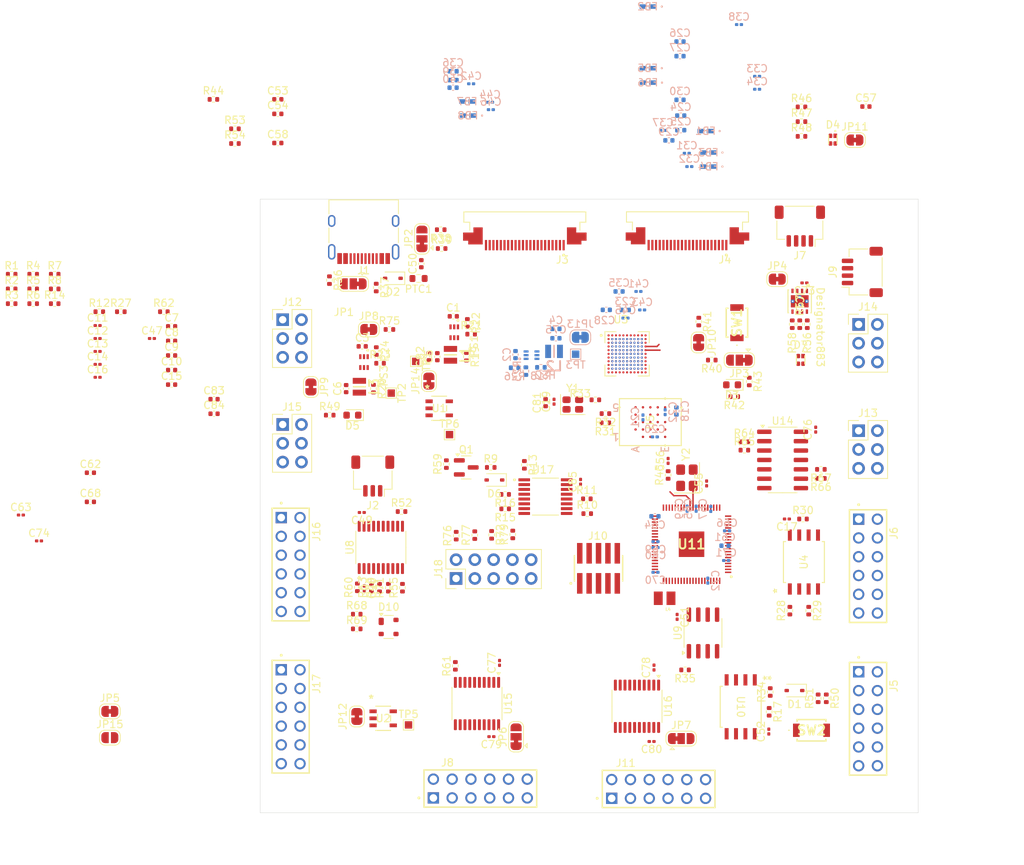
<source format=kicad_pcb>
(kicad_pcb (version 20241229) (generator "pcbnew") (generator_version "9.0")
  (layers (0 "F.Cu" signal) (2 "B.Cu" signal) (13 "F.Paste" user) (15 "B.Paste" user) (5 "F.SilkS" user "F.Silkscreen") (7 "B.SilkS" user "B.Silkscreen") (1 "F.Mask" user) (3 "B.Mask" user) (25 "Edge.Cuts" user))
  (net 0 "")
  (net 1 "GND")
  (net 2 "P5VD")
  (net 3 "Net-(JP13-B)")
  (net 4 "P1V8D")
  (net 5 "P3V3D")
  (net 6 "P3V3D_FPGA")
  (net 7 "P1V8D_FPGA")
  (net 8 "P1VD_FPGA")
  (net 9 "Net-(U3F-VCCPLLDPHY0)")
  (net 10 "Net-(U3F-VCCDPHY0)")
  (net 11 "Net-(U3G-VCCPLLDPHY1)")
  (net 12 "Net-(U3G-VCCDPHY1)")
  (net 13 "Net-(U3F-VCCADPHY0)")
  (net 14 "Net-(U3G-VCCADPHY1)")
  (net 15 "/FPGA/PVCCAUX")
  (net 16 "Net-(U3H-VCCAUXH5)")
  (net 17 "P1V1D")
  (net 18 "/RP2350/XIN")
  (net 19 "Net-(C56-Pad1)")
  (net 20 "Net-(D4-A)")
  (net 21 "Net-(U11-VREG_AVDD)")
  (net 22 "P3V3A_VREF")
  (net 23 "PxVD_AOUT")
  (net 24 "PxVD_BOUT")
  (net 25 "/Connectors/USB_BOOTn")
  (net 26 "Net-(D1-A)")
  (net 27 "P5VD_VBUS")
  (net 28 "Net-(D2-K)")
  (net 29 "/Connectors/MULTI_FN")
  (net 30 "Net-(D3-A)")
  (net 31 "/Connectors/LED.MONO")
  (net 32 "/Connectors/DONE")
  (net 33 "/FPGA/JTAG_ENn")
  (net 34 "/Connectors/JTAG.PRESENTn")
  (net 35 "/Connectors/ADC1_PROT")
  (net 36 "/Connectors/ADC0_PROT")
  (net 37 "/Connectors/USB.D-")
  (net 38 "Net-(J1-CC1)")
  (net 40 "/Connectors/USB.D+")
  (net 42 "Net-(J1-CC2)")
  (net 43 "Net-(J2-Pin_1)")
  (net 44 "Net-(J2-Pin_3)")
  (net 45 "/Connectors/I2C1.SDA")
  (net 46 "/Connectors/I2C1.SCL")
  (net 47 "/Connectors/I2C0.SDA")
  (net 48 "/Connectors/I2C0.SCL")
  (net 49 "Net-(JP1-A)")
  (net 50 "Net-(JP1-B)")
  (net 51 "Net-(JP2-A)")
  (net 52 "Net-(JP2-B)")
  (net 53 "Net-(JP3-A)")
  (net 54 "/Connectors/RESETn")
  (net 55 "Net-(JP3-C)")
  (net 56 "Net-(IC1-SDA)")
  (net 57 "PxVD_IN")
  (net 58 "Net-(JP8-B)")
  (net 59 "/Connectors/PWR_EN")
  (net 60 "Net-(JP10-A)")
  (net 61 "Net-(JP12-A)")
  (net 62 "Net-(JP14-A)")
  (net 63 "/FPGA/JTAG_EN")
  (net 64 "/Connectors/EXT_SPI.MOSI")
  (net 65 "/Connectors/EXT_SPI.SCK")
  (net 66 "/Connectors/EXT_SPI.CSn")
  (net 67 "/Connectors/I2C_IRQn")
  (net 68 "/FPGA/TDO")
  (net 69 "/FPGA/TCK")
  (net 70 "/FPGA/QSPI.CSn")
  (net 71 "/Connectors/FPGA_EN")
  (net 72 "/FPGA/TDI")
  (net 73 "/FPGA/TMS")
  (net 74 "/RP2350/QSPI_FLASH_CSn")
  (net 75 "Net-(PS2-OUT)")
  (net 76 "Net-(PS1-OUT)")
  (net 77 "Net-(PS3-OUT)")
  (net 78 "Net-(PS1-FB)")
  (net 79 "Net-(PS3-FB)")
  (net 80 "Net-(PS2-FB)")
  (net 81 "Net-(U3A-PT59A{slash}MCLK{slash}PCLKT0_0)")
  (net 82 "/FPGA/FLASH_CSn")
  (net 83 "Net-(U4-IO2)")
  (net 84 "Net-(U4-IO3)")
  (net 85 "/FPGA/SRAM_CEN")
  (net 86 "/FPGA/SRAM_RSTn")
  (net 87 "Net-(Y1-OUT)")
  (net 88 "/FPGA/FPGA_CLK")
  (net 89 "/RP2350/QSPI_SRAM_CSn")
  (net 90 "/RP2350/XOUT")
  (net 91 "Net-(D4-RK)")
  (net 92 "/Connectors/LED.R")
  (net 93 "/Connectors/LED.G")
  (net 94 "Net-(D4-GK)")
  (net 95 "Net-(D4-BK)")
  (net 96 "/Connectors/LED.B")
  (net 97 "/RP2350/RP_BUTTONn")
  (net 98 "/Connectors/FPC_IO.PWR_EN")
  (net 99 "Net-(U11-USB_DP)")
  (net 100 "Net-(U11-USB_DM)")
  (net 101 "Net-(U8-OE)")
  (net 102 "Net-(D7-RK)")
  (net 103 "Net-(IC1-OUT0)")
  (net 104 "Net-(D7-GK)")
  (net 105 "Net-(IC1-OUT1)")
  (net 106 "Net-(D7-BK)")
  (net 107 "Net-(IC1-OUT2)")
  (net 108 "/RP2350/RP_CSn_1V8")
  (net 109 "/Connectors/SHARED_PMOD_EN")
  (net 110 "/RP2350/RP_SCK_1V8")
  (net 111 "/Connectors/SCL1")
  (net 112 "/Connectors/SCL0")
  (net 113 "/Connectors/SDA1")
  (net 114 "/Connectors/SDA0")
  (net 115 "/Connectors/ADC0")
  (net 116 "/Connectors/ADC1")
  (net 117 "/RP2350/RP_MOSI_1V8")
  (net 118 "/RP2350/QSPI_SRAM_CSn_1V8")
  (net 119 "Net-(J10-Pin_6)")
  (net 120 "/Connectors/JTAG.TDO")
  (net 121 "Net-(J10-Pin_2)")
  (net 122 "/Connectors/JTAG.TMS")
  (net 123 "/Connectors/JTAG.TCK")
  (net 124 "Net-(J10-Pin_4)")
  (net 125 "Net-(J18-Pin_8)")
  (net 126 "/Connectors/JTAG.TDI")
  (net 127 "/RP2350/SWDCLK")
  (net 128 "/RP2350/SWDIO")
  (net 129 "/Connectors/RP_SPI.MOSI")
  (net 130 "/Connectors/RP_SPI.CSn")
  (net 131 "/FPGA/FPC_IO_1V8.LED_EN")
  (net 132 "/FPGA/FPC_IO_1V8.PWR_EN")
  (net 133 "/Connectors/RP_SPI.SCK")
  (net 134 "/Connectors/FPC_IO.LED_EN")
  (net 135 "/FPGA/QSPI.SCLK")
  (net 136 "/FPGA/QSPI.SD3")
  (net 137 "/FPGA/QSPI.SD0")
  (net 138 "/FPGA/QSPI.SD2")
  (net 139 "/FPGA/QSPI.SD1")
  (net 140 "/Connectors/SHARED_PMOD_A6")
  (net 141 "/Connectors/SHARED_A6")
  (net 142 "/Connectors/SHARED_PMOD_A1")
  (net 143 "/Connectors/SHARED_A1")
  (net 144 "/Connectors/SHARED_A7")
  (net 145 "/Connectors/SHARED_A0")
  (net 146 "/Connectors/SHARED_PMOD_A5")
  (net 147 "/Connectors/SHARED_A5")
  (net 148 "/Connectors/SHARED_PMOD_A2")
  (net 149 "/Connectors/SHARED_A3")
  (net 150 "/Connectors/SHARED_PMOD_A4")
  (net 151 "/Connectors/SHARED_PMOD_A0")
  (net 152 "/Connectors/SHARED_A2")
  (net 153 "/Connectors/SHARED_A4")
  (net 154 "/Connectors/SHARED_PMOD_A3")
  (net 155 "/Connectors/SHARED_PMOD_A7")
  (net 156 "/Connectors/SHARED_PMOD_B1")
  (net 157 "/Connectors/SHARED_PMOD_B4")
  (net 158 "/Connectors/SHARED_B0")
  (net 159 "/Connectors/SHARED_PMOD_B6")
  (net 160 "/Connectors/SHARED_PMOD_B7")
  (net 161 "/Connectors/SHARED_PMOD_B5")
  (net 162 "/Connectors/SHARED_B6")
  (net 163 "/Connectors/SHARED_B7")
  (net 164 "/Connectors/SHARED_PMOD_B3")
  (net 165 "/Connectors/SHARED_B3")
  (net 166 "/Connectors/SHARED_B4")
  (net 167 "/Connectors/SHARED_PMOD_B2")
  (net 168 "/Connectors/SHARED_B5")
  (net 169 "/Connectors/SHARED_B2")
  (net 170 "/Connectors/SHARED_PMOD_B0")
  (net 171 "/Connectors/SHARED_B1")
  (net 172 "/FPGA/FPGA_CLK_EN")
  (net 173 "/Connectors/EXT_LED")
  (net 175 "/Connectors/FPGA_PMOD2")
  (net 176 "/FPGA/HSTX5")
  (net 177 "/Connectors/EXT_SPI.MISO")
  (net 178 "/Connectors/EXT_MIPI.D2+")
  (net 179 "/FPGA/SRAM_DQ7")
  (net 180 "unconnected-(U3D-PB42A{slash}PCLKT4_3-PadJ8)")
  (net 181 "/Connectors/RGB_MIPI.D2+")
  (net 182 "/FPGA/HSTX4")
  (net 183 "/Connectors/EXT_MIPI.D3+")
  (net 186 "/FPGA/SRAM_DQ5")
  (net 187 "/Connectors/RGB_MIPI.D1+")
  (net 188 "/FPGA/HSTX2")
  (net 189 "/Connectors/RGB_MIPI.D3+")
  (net 190 "/Connectors/RGB_MIPI.D1-")
  (net 191 "/Connectors/FPGA_PMOD1")
  (net 192 "/Connectors/FPGA_PMOD6")
  (net 193 "/FPGA/SRAM_RW")
  (net 194 "/FPGA/HSTX7")
  (net 195 "/Connectors/EXT_MIPI.D2-")
  (net 196 "/Connectors/EXT_MIPI.D0+")
  (net 197 "/Connectors/EXT_MIPI.CLK-")
  (net 198 "/FPGA/HSTX3")
  (net 199 "/FPGA/SRAM_DQ3")
  (net 200 "/Connectors/EXT_MIPI.CLK+")
  (net 201 "/FPGA/SRAM_CLK_P")
  (net 202 "unconnected-(U3C-PB58B{slash}ADC_CN7-PadK4)")
  (net 203 "/FPGA/HSTX6")
  (net 204 "unconnected-(U3D-PB42B{slash}PCLKC4_3-PadK8)")
  (net 205 "/Connectors/EXT_MIPI.D0-")
  (net 206 "/FPGA/SRAM_DQ2")
  (net 207 "/Connectors/RGB_MIPI.CLK+")
  (net 208 "/FPGA/SRAM_DQ4")
  (net 209 "/FPGA/HSTX0")
  (net 210 "/FPGA/HSTX1")
  (net 211 "/Connectors/FPGA_PMOD4")
  (net 212 "/Connectors/RGB_MIPI.D2-")
  (net 213 "/Connectors/RGB_MIPI.D0-")
  (net 214 "/Connectors/FPGA_PMOD7")
  (net 215 "/FPGA/SRAM_DQ6")
  (net 216 "/Connectors/RGB_MIPI.D0+")
  (net 217 "unconnected-(U3C-PB60B{slash}PCLKC3_1{slash}ADC_CN6-PadH4)")
  (net 218 "/FPGA/SRAM_DQ0")
  (net 219 "/Connectors/EXT_MIPI.D1-")
  (net 220 "/Connectors/FPGA_PMOD0")
  (net 221 "/Connectors/FPGA_PMOD5")
  (net 222 "/Connectors/EXT_MIPI.D1+")
  (net 223 "/Connectors/FPGA_PMOD3")
  (net 224 "unconnected-(U3D-PB40B-PadK9)")
  (net 225 "/FPGA/SRAM_CLK_N")
  (net 226 "/FPGA/SRAM_DQ1")
  (net 227 "/Connectors/RGB_MIPI.CLK-")
  (net 228 "/Connectors/RGB_MIPI.D3-")
  (net 229 "/Connectors/EXT_MIPI.D3-")
  (net 231 "Net-(U1-FAULT{slash})")
  (net 236 "/Connectors/RP_SPI.MISO")
  (net 237 "Net-(U2-FAULT{slash})")
  (net 246 "Net-(U11-VREG_LX)")
  (net 247 "Net-(J10-Pin_8)")
  (net 249 "Net-(PS1-SW)")
  (net 250 "Net-(PS2-SW)")
  (net 251 "Net-(PS3-SW)")
  (footprint "Jumper:SolderJumper-2_P1.3mm_Bridged_RoundedPad1.0x1.5mm" (layer "F.Cu") (at 56.67 131.29)
    (property "Reference" "JP5")
    (property "Value" "SolderJumper_2_Bridged")
  )
  (footprint "Capacitor_SMD:C_0201_0603Metric" (layer "F.Cu") (at 62.365 80.85)
    (property "Reference" "C47")
    (property "Value" "0.1u")
  )
  (footprint "jrt:SOT-23-5_M5_MCH" (layer "F.Cu") (at 101.219 90.297)
    (property "Reference" "U1")
    (property "Value" "MIC2005A-2YM5-TR")
  )
  (footprint "TestPoint:TestPoint_Pad_1.0x1.0mm" (layer "F.Cu") (at 98.044 83.947 -90)
    (property "Reference" "TP1")
    (property "Value" "1V8")
  )
  (footprint "Piconx3_lib:INDC2016X100N" (layer "F.Cu") (at 131.71 115.99 180)
    (property "Reference" "L4")
    (property "Value" "3.3u")
  )
  (footprint "Connector_PinHeader_2.54mm:PinHeader_2x03_P2.54mm_Vertical" (layer "F.Cu") (at 157.95 78.95)
    (property "Reference" "J14")
    (property "Value" "Conn_02x03_Odd_Even")
  )
  (footprint "Capacitor_SMD:C_0201_0603Metric" (layer "F.Cu") (at 148.25 105.265 180)
    (property "Reference" "C17")
    (property "Value" "0.1u")
  )
  (footprint "Package_SO:TSSOP-20_4.4x6.5mm_P0.65mm" (layer "F.Cu") (at 93.325 109.11 90)
    (property "Reference" "U8")
    (property "Value" "TXS0108EPW")
  )
  (footprint "Resistor_SMD:R_0402_1005Metric" (layer "F.Cu") (at 90.065 118.1405)
    (property "Reference" "R68")
    (property "Value" "200")
  )
  (footprint "Capacitor_SMD:C_0201_0603Metric" (layer "F.Cu") (at 91.075 114.635 -90)
    (property "Reference" "C48")
    (property "Value" "0.1u")
  )
  (footprint "Package_TO_SOT_SMD:SOT-23" (layer "F.Cu") (at 104.8775 98.29)
    (property "Reference" "Q1")
    (property "Value" "BSS84")
  )
  (footprint "Resistor_SMD:R_0402_1005Metric" (layer "F.Cu") (at 122.341 89.149)
    (property "Reference" "R33")
    (property "Value" "27")
  )
  (footprint "Capacitor_SMD:C_0201_0603Metric" (layer "F.Cu") (at 133.4 118.505 -90)
    (property "Reference" "C51")
    (property "Value" "0.1u")
  )
  (footprint "Capacitor_SMD:C_0201_0603Metric" (layer "F.Cu") (at 120.34 100.24 90)
    (property "Reference" "C85")
    (property "Value" "0.1u")
  )
  (footprint "Capacitor_SMD:C_0201_0603Metric" (layer "F.Cu") (at 55.015 80.85)
    (property "Reference" "C12")
    (property "Value" "0.1u")
  )
  (footprint "Package_TO_SOT_SMD:SOT-143" (layer "F.Cu") (at 94.375 119.868)
    (property "Reference" "D10")
    (property "Value" "PRTR5V0U2X")
  )
  (footprint "Jumper:SolderJumper-3_P1.3mm_Bridged12_RoundedPad1.0x1.5mm" (layer "F.Cu") (at 141.82 83.7825 180)
    (property "Reference" "JP3")
    (property "Value" "SolderJumper_3_Bridged12")
  )
  (footprint "Capacitor_SMD:C_0201_0603Metric" (layer "F.Cu") (at 152.145 93.1775 90)
    (property "Reference" "C76")
    (property "Value" "0.1u")
  )
  (footprint "Resistor_SMD:R_0402_1005Metric" (layer "F.Cu") (at 49.21 74.15)
    (property "Reference" "R8")
    (property "Value" "4.7K")
  )
  (footprint "Resistor_SMD:R_0402_1005Metric" (layer "F.Cu") (at 134.475 125.68 180)
    (property "Reference" "R35")
    (property "Value" "DNF")
  )
  (footprint "Jumper:SolderJumper-2_P1.3mm_Bridged_RoundedPad1.0x1.5mm" (layer "F.Cu") (at 91.694 79.629)
    (property "Reference" "JP8")
    (property "Value" "SolderJumper_2_Bridged")
  )
  (footprint "Resistor_SMD:R_0402_1005Metric" (layer "F.Cu") (at 152.475 129.52 90)
    (property "Reference" "R51")
    (property "Value" "5.1K")
  )
  (footprint "Resistor_SMD:R_0402_1005Metric" (layer "F.Cu") (at 93.15 114.56 90)
    (property "Reference" "R70")
    (property "Value" "10K")
  )
  (footprint "Capacitor_SMD:C_0402_1005Metric" (layer "F.Cu") (at 65.025 87.09)
    (property "Reference" "C15")
    (property "Value" "10u")
  )
  (footprint "Connector_PinHeader_2.54mm:PinHeader_2x05_P2.54mm_Vertical" (layer "F.Cu") (at 103.5 113.31 90)
    (property "Reference" "J18")
    (property "Value" "100 mil")
  )
  (footprint "Resistor_SMD:R_0402_1005Metric" (layer "F.Cu") (at 112.74 97.94 -90)
    (property "Reference" "R13")
    (property "Value" "4.7K")
  )
  (footprint "Capacitor_SMD:C_0402_1005Metric" (layer "F.Cu") (at 54.04 99.01)
    (property "Reference" "C62")
    (property "Value" "4.7u")
  )
  (footprint "Diode_SMD:D_SOD-323" (layer "F.Cu") (at 149.275 128.47 180)
    (property "Reference" "D1")
    (property "Value" "1N5819WS")
  )
  (footprint "Resistor_SMD:R_0402_1005Metric" (layer "F.Cu") (at 106.03 107.45 90)
    (property "Reference" "R77")
    (property "Value" "100")
  )
  (footprint "Resistor_SMD:R_0402_1005Metric" (layer "F.Cu") (at 101.55 68.685)
    (property "Reference" "R39")
    (property "Value" "5.1K")
  )
  (footprint "Capacitor_SMD:C_0201_0603Metric" (layer "F.Cu") (at 130.2725 125.36 90)
    (property "Reference" "C78")
    (property "Value" "0.1u")
  )
  (footprint "Capacitor_SMD:C_0402_1005Metric" (layer "F.Cu") (at 70.765 89.06)
    (property "Reference" "C83")
    (property "Value" "10u")
  )
  (footprint "Jumper:SolderJumper-2_P1.3mm_Bridged_RoundedPad1.0x1.5mm" (layer "F.Cu") (at 99.822 86.614 90)
    (property "Reference" "JP14")
    (property "Value" "SolderJumper_2_Bridged")
  )
  (footprint "Piconx3_lib:SOT50P160X60-6N" (layer "F.Cu") (at 103.251 80.01 -90)
    (property "Reference" "PS1")
    (property "Value" "AP61100QZ6-7")
  )
  (footprint "Resistor_SMD:R_0402_1005Metric" (layer "F.Cu") (at 90.065 120.1305)
    (property "Reference" "R69")
    (property "Value" "200")
  )
  (footprint "Resistor_SMD:R_0402_1005Metric" (layer "F.Cu") (at 70.68 48.51)
    (property "Reference" "R44")
    (property "Value" "27")
  )
  (footprint "Capacitor_SMD:C_0201_0603Metric" (layer "F.Cu") (at 47.09 108.23)
    (property "Reference" "C74")
    (property "Value" "0.1u")
  )
  (footprint "Capacitor_SMD:C_0201_0603Metric" (layer "F.Cu") (at 55.015 82.6)
    (property "Reference" "C13")
    (property "Value" "0.1u")
  )
  (footprint "jrt:SOIC-8_5P28X5P28_WIN" (layer "F.Cu") (at 142 130.67 -90)
    (property "Reference" "U10")
    (property "Value" "W25Q32JVSSIQ")
  )
  (footprint "Capacitor_SMD:C_0402_1005Metric" (layer "F.Cu") (at 65.025 79.21)
    (property "Reference" "C7")
    (property "Value" "10u")
  )
  (footprint "Package_SO:SO-14_3.9x8.65mm_P1.27mm" (layer "F.Cu") (at 147.67 97.28)
    (property "Reference" "U14")
    (property "Value" "74LV4066")
  )
  (footprint "Jumper:SolderJumper-3_P1.3mm_Bridged12_RoundedPad1.0x1.5mm" (layer "F.Cu") (at 98.8825 67.385 90)
    (property "Reference" "JP2")
    (property "Value" "SolderJumper_3_Bridged12")
  )
  (footprint "Capacitor_SMD:C_0201_0603Metric" (layer "F.Cu") (at 90.75 104.385 180)
    (property "Reference" "C49")
    (property "Value" "0.1u")
  )
  (footprint "Capacitor_SMD:C_0402_1005Metric" (layer "F.Cu") (at 103.124 77.851)
    (property "Reference" "C1")
    (property "Value" "10u")
  )
  (footprint "Resistor_SMD:R_0402_1005Metric" (layer "F.Cu") (at 153.575 129.52 -90)
    (property "Reference" "R50")
    (property "Value" "10K")
  )
  (footprint "Resistor_SMD:R_0402_1005Metric" (layer "F.Cu") (at 92.71 82.55 -90)
    (property "Reference" "R24")
    (property "Value" "44.2K")
  )
  (footprint "Resistor_SMD:R_0402_1005Metric" (layer "F.Cu") (at 46.3 72.16)
    (property "Reference" "R4")
    (property "Value" "10K")
  )
  (footprint "Resistor_SMD:R_0402_1005Metric" (layer "F.Cu") (at 90.15 114.51 90)
    (property "Reference" "R60")
    (property "Value" "10K")
  )
  (footprint "Resistor_SMD:R_0402_1005Metric" (layer "F.Cu") (at 138.09 83.77 180)
    (property "Reference" "R40")
    (property "Value" "10K")
  )
  (footprint "jrt:SOIC-8_5P28X5P28_WIN" (layer "F.Cu") (at 150.55 111.09 90)
    (property "Reference" "U4")
    (property "Value" "W25Q128JVSSIQ")
  )
  (footprint "Resistor_SMD:R_0402_1005Metric" (layer "F.Cu") (at 58.155 77.23)
    (property "Reference" "R27")
    (property "Value" "27")
  )
  (footprint "Connector_JST:JST_SH_SM03B-SRSS-TB_1x03-1MP_P1.00mm_Horizontal" (layer "F.Cu") (at 92.235 99.458 180)
    (property "Reference" "J2")
    (property "Value" "SM03B-SRSS-TB")
  )
  (footprint "Jumper:SolderJumper-2_P1.3mm_Bridged_RoundedPad1.0x1.5mm" (layer "F.Cu") (at 146.939001 72.824)
    (property "Reference" "JP4")
    (property "Value" "SolderJumper_2_Bridged")
  )
  (footprint "Package_SO:TSSOP-20_4.4x6.5mm_P0.65mm" (layer "F.Cu") (at 127.9725 130.5975 -90)
    (property "Reference" "U16")
    (property "Value" "TXS0108EPW")
  )
  (footprint "Resistor_SMD:R_0402_1005Metric" (layer "F.Cu") (at 123.69 92.26 180)
    (property "Reference" "R31")
    (property "Value" "10K")
  )
  (footprint "Resistor_SMD:R_0402_1005Metric" (layer "F.Cu") (at 96.125 104.26)
    (property "Reference" "R52")
    (property "Value" "200K")
  )
  (footprint "Jumper:SolderJumper-3_P1.3mm_Bridged12_RoundedPad1.0x1.5mm" (layer "F.Cu") (at 133.9475 134.9675)
    (property "Reference" "JP7")
    (property "Value" "SolderJumper_3_Bridged12")
  )
  (footprint "Resistor_SMD:R_0402_1005Metric" (layer "F.Cu") (at 111.17 107.36 90)
    (property "Reference" "R79")
    (property "Value" "100")
  )
  (footprint "Capacitor_SMD:C_0402_1005Metric" (layer "F.Cu") (at 115.61 89.53 90)
    (property "Reference" "C81")
    (property "Value" "4.7u")
  )
  (footprint "Resistor_SMD:R_0402_1005Metric" (layer "F.Cu") (at 55.245 77.23)
    (property "Reference" "R12")
    (property "Value" "10K")
  )
  (footprint "jrt:SAMTEC_HMTSW-106-XX-X-D-XXX" (layer "F.Cu") (at 81.125 111.425 -90)
    (property "Reference" "J16")
    (property "Value" "Conn_02x06_Odd_Even")
  )
  (footprint "Resistor_SMD:R_0402_1005Metric" (layer "F.Cu") (at 110.14 103.89 180)
    (property "Reference" "R15")
    (property "Value" "4.7K")
  )
  (footprint "Resistor_SMD:R_0402_1005Metric" (layer "F.Cu") (at 150.425 105.265)
    (property "Reference" "R30")
    (property "Value" "10K")
  )
  (footprint "Resistor_SMD:R_0402_1005Metric" (layer "F.Cu") (at 43.39 76.14)
    (property "Reference" "R3")
    (property "Value" "10K")
  )
  (footprint "LED_SMD:LED_0603_1608Metric" (layer "F.Cu") (at 140.84 87.12 180)
    (property "Reference" "D3")
    (property "Value" "LTST-C191KGKT")
  )
  (footprint "Capacitor_SMD:C_0201_0603Metric" (layer "F.Cu") (at 132.183 97.407 90)
    (property "Reference" "C56")
    (property "Value" "15p")
  )
  (footprint "Capacitor_SMD:C_0201_0603Metric" (layer "F.Cu") (at 150.622001 73.332 180)
    (property "Reference" "C73")
    (property "Value" "0.1u")
  )
  (footprint "Piconx3_lib:LED_Cree-PLCC4_1x1mm_CW" (layer "F.Cu") (at 150.114001 83.746)
    (property "Reference" "D7")
    (property "Value" "MHPA1010RGBDT")
  )
  (footprint "Piconx3_lib:SAMTEC_FTSH-105-X-X-DV-007-P-X_cust" (layer "F.Cu") (at 122.77 111.94)
    (property "Reference" "J10")
    (property "Value" "FTSH-105-01-L-DV-007-K")
  )
  (footprint "Capacitor_SMD:C_0402_1005Metric" (layer "F.Cu") (at 65.025 81.18)
    (property "Reference" "C8")
    (property "Value" "10u")
  )
  (footprint "Resistor_SMD:R_0402_1005Metric" (layer "F.Cu") (at 43.39 72.16)
    (property "Reference" "R1")
    (property "Value" "10K")
  )
  (footprint "Resistor_SMD:R_0402_1005Metric" (layer "F.Cu") (at 103.405 125.13 90)
    (property "Reference" "R61")
    (property "Value" "200K")
  )
  (footprint "Capacitor_SMD:C_0402_1005Metric" (layer "F.Cu") (at 88.633 87.63 90)
    (property "Reference" "C6")
    (property "Value" "10u")
  )
  (footprint "Resistor_SMD:R_0402_1005Metric" (layer "F.Cu") (at 46.3 76.14)
    (property "Reference" "R6")
    (property "Value" "4.7K")
  )
  (footprint "TestPoint:TestPoint_Pad_1.0x1.0mm" (layer "F.Cu") (at 97.069 133.119)
    (property "Reference" "TP5")
    (property "Value" "TestPoint")
  )
  (footprint "jrt:SAMTEC_HMTSW-106-XX-X-D-XXX" (layer "F.Cu") (at 106.7825 141.725)
    (property "Reference" "J8")
    (property "Value" "Conn_02x06_Odd_Even")
  )
  (footprint "Connector_USB:USB_C_Receptacle_HRO_TYPE-C-31-M-12" (layer "F.Cu") (at 91 66 180)
    (property "Reference" "J1")
    (property "Value" "USB_C_Receptacle_USB2.0")
  )
  (footprint "TestPoint:TestPoint_Pad_1.0x1.0mm" (layer "F.Cu") (at 94.729 88.239 -90)
    (property "Reference" "TP2")
    (property "Value" "3V3")
  )
  (footprint "jrt:DSD0008B-MFG" (layer "F.Cu") (at 149.98 75.82 -90)
    (property "Reference" "IC1")
    (property "Value" "LP5810ADSDR")
  )
  (footprint "Package_SO:TSSOP-20_4.4x6.5mm_P0.65mm" (layer "F.Cu") (at 106.33 130.23 -90)
    (property "Reference" "U15")
    (property "Value" "TXS0108EPW")
  )
  (footprint "Resistor_SMD:R_0402_1005Metric" (layer "F.Cu") (at 108.19 98.29)
    (property "Reference" "R9")
    (property "Value" "4.7K")
  )
  (footprint "LED_SMD:LED_0603_1608Metric" (layer "F.Cu") (at 89.48 91.22 180)
    (property "Reference" "D5")
    (property "Value" "LTST-C191KGKT")
  )
  (footprint "Resistor_SMD:R_0402_1005Metric" (layer "F.Cu") (at 92.329 87.63 -90)
    (property "Reference" "R20")
    (property "Value" "0")
  )
  (footprint "Piconx3_lib:AMPHENOL_SFV22R-2STE1HLF" (layer "F.Cu") (at 112.8 65.825 180)
    (property "Reference" "J3")
    (property "Value" "SFV22R-2STE1HLF")
  )
  (footprint "Resistor_SMD:R_0603_1608Metric" (layer "F.Cu") (at 98.425 72.735 180)
    (property "Reference" "PTC1")
    (property "Value" "MF-FSMF035X-2")
  )
  (footprint "jrt:BGA24_APS6408L-3OBM-BA_APY" (layer "F.Cu") (at 129.78 92.16 90)
    (property "Reference" "U5")
    (property "Value" "APS6408L-OBM-BA")
  )
  (footprint "Capacitor_SMD:C_0402_1005Metric" (layer "F.Cu") (at 99.822 83.312 90)
    (property "Reference" "C82")
    (property "Value" "10u")
  )
  (footprint "Capacitor_SMD:C_0402_1005Metric" (layer "F.Cu") (at 100.965 83.312 90)
    (property "Reference" "C5")
    (property "Value" "10u")
  )
  (footprint "Resistor_SMD:R_0402_1005Metric" (layer "F.Cu") (at 105.537 80.264)
    (property "Reference" "R21")
    (property "Value" "200K")
  )
  (footprint "Resistor_SMD:R_0402_1005Metric" (layer "F.Cu") (at 94.488 79.629)
    (property "Reference" "R75")
    (property "Value" "200K")
  )
  (footprint "Capacitor_SMD:C_0201_0603Metric" (layer "F.Cu") (at 145.8 134.02 90)
    (property "Reference" "C52")
    (property "Value" "0.1u")
  )
  (footprint "Jumper:SolderJumper-3_P1.3mm_Bridged12_RoundedPad1.0x1.5mm" (layer "F.Cu") (at 111.6175 134.72 90)
    (property "Reference" "JP6")
    (property "Value" "SolderJumper_3_Bridged12")
  )
  (footprint "Connector_PinHeader_2.54mm:PinHeader_2x03_P2.54mm_Vertical" (layer "F.Cu") (at 80.05 92.485)
    (property "Reference" "J15")
    (property "Value" "Conn_02x03_Odd_Even")
  )
  (footprint "Jumper:SolderJumper-2_P1.3mm_Bridged_RoundedPad1.0x1.5mm" (layer "F.Cu") (at 157.45 54.01)
    (property "Reference" "JP11")
    (property "Value" "SolderJumper_2_Bridged")
  )
  (footprint "Jumper:SolderJumper-2_P1.3mm_Open_RoundedPad1.0x1.5mm" (layer "F.Cu") (at 56.67 134.84)
    (property "Reference" "JP15")
    (property "Value" "SolderJumper_2_Open")
  )
  (footprint "Resistor_SMD:R_0402_1005Metric" (layer "F.Cu") (at 151.003001 78.92 90)
    (property "Reference" "R56")
    (property "Value" "1K")
  )
  (footprint "Resistor_SMD:R_0402_1005Metric" (layer "F.Cu") (at 132.183 99.312 90)
    (property "Reference" "R45")
    (property "Value" "1K")
  )
  (footprint "Resistor_SMD:R_0402_1005Metric" (layer "F.Cu") (at 92.05 114.535 90)
    (property "Reference" "R63")
    (property "Value" "10K")
  )
  (footprint "TestPoint:TestPoint_Pad_1.0x1.0mm" (layer "F.Cu") (at 102.616 93.853)
    (property "Reference" "TP6")
    (property "Value" "TestPoint")
  )
  (footprint "Resistor_SMD:R_0402_1005Metric" (layer "F.Cu") (at 86.41 91.22)
    (property "Reference" "R49")
    (property "Value" "2.2K")
  )
  (footprint "jrt:SAMTEC_HMTSW-106-XX-X-D-XXX" (layer "F.Cu") (at 130.9 141.78)
    (property "Reference" "J11")
    (property "Value" "Conn_02x06_Odd_Even")
  )
  (footprint "Capacitor_SMD:C_0402_1005Metric" (layer "F.Cu") (at 79.39 48.5)
    (property "Reference" "C53")
    (property "Value" "4.7u")
  )
  (footprint "jrt:SOP65P640X120-16N" (layer "F.Cu") (at 115.59 102.24)
    (property "Reference" "U17")
    (property "Value" "SN74CB3Q3257")
  )
  (footprint "Resistor_SMD:R_0402_1005Metric" (layer "F.Cu") (at 145.995 128.667 90)
    (property "Reference" "R34")
    (property "Value" "1K")
  )
  (footprint "Resistor_SMD:R_0402_1005Metric" (layer "F.Cu") (at 148.971001 78.92 -90)
    (property "Reference" "R58")
    (property "Value" "1K")
  )
  (footprint "Resistor_SMD:R_0402_1005Metric" (layer "F.Cu") (at 63.975 77.23)
    (property "Reference" "R62")
    (property "Value" "10K")
  )
  (footprint "Piconx3_lib:SOT50P160X60-6N" (layer "F.Cu") (at 91.046 84.048 -90)
    (property "Reference" "PS3")
    (property "Value" "AP61100QZ6-7")
  )
  (footprint "Crystal:Crystal_SMD_3225-4Pin_3.2x2.5mm" (layer "F.Cu") (at 134.723 99.693 90)
    (property "Reference" "Y2")
    (property "Value" "ABM8-272-T3")
  )
  (footprint "Capacitor_SMD:C_0402_1005Metric" (layer "F.Cu") (at 54.04 102.95)
    (property "Reference" "C68")
    (property "Value" "4.7u")
  )
  (footprint "Resistor_SMD:R_0402_1005Metric" (layer "F.Cu") (at 86.375 72.96 -90)
    (property "Reference" "R36")
    (property "Value" "56K")
  )
  (footprint "Resistor_SMD:R_0402_1005Metric" (layer "F.Cu") (at 94.35 114.56 90)
    (property "Reference" "R71")
    (property "Value" "10K")
  )
  (footprint "Resistor_SMD:R_0402_1005Metric" (layer "F.Cu") (at 104.902 83.312 -90)
    (property "Reference" "R19")
    (property "Value" "0")
  )
  (footprint "Resistor_SMD:R_0402_1005Metric" (layer "F.Cu") (at 103.52 107.52 90)
    (property "Reference" "R76")
    (property "Value" "100")
  )
  (footprint "jrt:BGA121N50P11X11_600X600X100" (layer "F.Cu") (at 126.63 82.93)
    (property "Reference" "U3")
    (property "Value" "LIFCL-17-7MG121C")
  )
  (footprint "Resistor_SMD:R_0402_1005Metric" (layer "F.Cu") (at 49.21 76.14)
    (property "Reference" "R14")
    (property "Value" "200K")
  )
  (footprint "Capacitor_SMD:C_0201_0603Metric" (layer "F.Cu") (at 55.015 79.1)
    (property "Reference" "C11")
    (property "Value" "0.1u")
  )
  (footprint "Resistor_SMD:R_0402_1005Metric" (layer "F.Cu") (at 150.225 49.53)
    (property "Reference" "R46")
    (property "Value" "1K")
  )
  (footprint "Resistor_SMD:R_0402_1005Metric" (layer "F.Cu") (at 143.16 86.67 -90)
    (property "Reference" "R43")
    (property "Value" "100")
  )
  (footprint "Resistor_SMD:R_0402_1005Metric" (layer "F.Cu") (at 142.495 94.8275)
    (property "Reference" "R64")
    (property "Value" "200K")
  )
  (footprint "Resistor_SMD:R_0402_1005Metric" (layer "F.Cu") (at 151.2 117.665 -90)
    (property "Reference" "R29")
    (property "Value" "10K")
  )
  (footprint "Resistor_SMD:R_0402_1005Metric" (layer "F.Cu") (at 136.33 78.56 -90)
    (property "Reference" "R41")
    (property "Value" "2.2K")
  )
  (footprint "Piconx3_lib:CS1213AGF260" (layer "F.Cu") (at 151.575 133.845)
    (property "Reference" "SW2")
    (property "Value" "CS1213AGF260" (hide yes))
  )
  (footprint "Capacitor_SMD:C_0201_0603Metric" (layer "F.Cu") (at 137.39 100.455 90)
    (property "Reference" "C55")
    (property "Value" "15p")
  )
  (footprint "Connector_PinHeader_2.54mm:PinHeader_2x03_P2.54mm_Vertical" (layer "F.Cu") (at 157.95 93.325)
    (property "Reference" "J13")
    (property "Value" "Conn_02x03_Odd_Even")
  )
  (footprint "Resistor_SMD:R_0402_1005Metric" (layer "F.Cu") (at 150.225 53.51)
    (property "Reference" "R48")
    (property "Value" "1K")
  )
  (footprint "Resistor_SMD:R_0402_1005Metric" (layer "F.Cu") (at 73.59 52.49)
    (property "Reference" "R53")
    (property "Value" "27")
  )
  (footprint "Resistor_SMD:R_0402_1005Metric" (layer "F.Cu") (at 46.3 74.15)
    (property "Reference" "R5")
    (property "Value" "4.7K")
  )
  (footprint "Resistor_SMD:R_0402_1005Metric" (layer "F.Cu") (at 152.845 98.5525 180)
    (property "Reference" "R67")
    (property "Value" "200K")
  )
  (footprint "Resistor_SMD:R_0402_1005Metric" (layer "F.Cu") (at 73.59 54.48)
    (property "Reference" "R54")
    (property "Value" "27")
  )
  (footprint "Diode_SMD:D_SOD-323" (layer "F.Cu") (at 94.95 72.71 180)
    (property "Reference" "D2")
    (property "Value" "1N5819WS")
  )
  (footprint "Resistor_SMD:R_0402_1005Metric" (layer "F.Cu") (at 93.218 84.201)
    (property "Reference" "R23")
    (property "Value" "200K")
  )
  (footprint "Jumper:SolderJumper-2_P1.3mm_Bridged_RoundedPad1.0x1.5mm" (layer "F.Cu") (at 83.87 87.41 -90)
    (property "Reference" "JP9")
    (property "Value" "SolderJumper_2_Bridged")
  )
  (footprint "Capacitor_SMD:C_0402_1005Metric" (layer "F.Cu") (at 98.8 70.735 90)
    (property "Reference" "C50")
    (property "Value" "4.7u")
  )
  (footprint "Resistor_SMD:R_0402_1005Metric" (layer "F.Cu") (at 43.39 74.15)
    (property "Reference" "R2")
    (property "Value" "10K")
  )
  (footprint "Resistor_SMD:R_0402_1005Metric" (layer "F.Cu") (at 152.845 99.7775 180)
    (property "Reference" "R66")
    (property "Value" "200K")
  )
  (footprint "Resistor_SMD:R_0402_1005Metric" (layer "F.Cu") (at 49.21 72.16)
    (property "Reference" "R7")
    (property "Value" "4.7K")
  )
  (footprint "Capacitor_SMD:C_0201_0603Metric" (layer "F.Cu") (at 116.753 89.403 90)
    (property "Reference" "C19")
    (property "Value" "0.1u")
  )
  (footprint "Package_SO:SOIC-8_3.9x4.9mm_P1.27mm" (layer "F.Cu") (at 136.9 120.68 90)
    (property "Reference" "U9")
    (property "Value" "APS6404L-3SQN-SN")
  )
  (footprint "jrt:SAMTEC_HMTSW-106-XX-X-D-XXX" (layer "F.Cu") (at 81.125 132.0075 -90)
    (property "Reference" "J17")
    (property "Value" "Conn_02x06_Odd_Even")
  )
  (footprint "Capacitor_SMD:C_0402_1005Metric" (layer "F.Cu") (at 65.025 85.12)
    (property "Reference" "C10")
    (property "Value" "10u")
  )
  (footprint "Capacitor_SMD:C_0402_1005Metric" (layer "F.Cu") (at 65.025 83.15)
    (property "Reference" "C9")
    (property "Value" "10u")
  )
  (footprint "Resistor_SMD:R_0402_1005Metric" (layer "F.Cu") (at 123.705 91.01 180)
    (property "Reference" "R32")
    (property "Value" "10K")
  )
  (footprint "jrt:SOT-23-5_M5_MCH" (layer "F.Cu") (at 93.64 132.23)
    (property "Reference" "U2")
    (property "Value" "MIC2005A-2YM5-TR")
  )
  (footprint "Capacitor_SMD:C_0201_0603Metric" (layer "F.Cu") (at 109.38 124.73 90)
    (property "Reference" "C77")
    (property "Value" "0.1u")
  )
  (footprint "Piconx3_lib:LED_Cree-PLCC4_1x1mm_CW" (layer "F.Cu") (at 154.47 53.955)
    (property "Reference" "D4")
    (property "Value" "MHPA1010RGBDT")
  )
  (footprint "Capacitor_SMD:C_0201_0603Metric" (layer "F.Cu") (at 129.9475 135.36 180)
    (property "Reference" "C80")
    (property "Value" "0.1u")
  )
  (footprint "Connector_JST:JST_SH_SM04B-SRSS-TB_1x04-1MP_P1.00mm_Horizontal" (layer "F.Cu") (at 150 65.65 180)
    (property "Reference" "J7")
    (property "Value" "SM04B-SRSS-TB")
  )
  (footprint "Resistor_SMD:R_0402_1005Metric" (layer "F.Cu") (at 142.495 95.9525)
    (property "Reference" "R65")
    (property "Value" "200K")
  )
  (footprint "Connector_PinHeader_2.54mm:PinHeader_2x03_P2.54mm_Vertical" (layer "F.Cu") (at 80.05 78.31)
    (property "Reference" "J12")
    (property "Value" "Conn_02x03_Odd_Even")
  )
  (footprint "Resistor_SMD:R_0402_1005Metric" (layer "F.Cu") (at 110.14 101.94 180)
    (property "Reference" "R16")
    (property "Value" "4.7K")
  )
  (footprint "Resistor_SMD:R_0402_1005Metric" (layer "F.Cu") (at 149.987001 78.92 90)
    (property "Reference" "R57")
    (property "Value" "1K")
  )
  (footprint "Resistor_SMD:R_0402_1005Metric" (layer "F.Cu") (at 101.425 66.135 180)
    (property "Reference" "R38")
    (property "Value" "56K")
  )
  (footprint "Capacitor_SMD:C_0402_1005Metric" (layer "F.Cu") (at 90.805 81.915)
    (property "Reference" "C3")
    (property "Value" "10u")
  )
  (footprint "Capacitor_SMD:C_0402_1005Metric" (layer "F.Cu") (at 158.935 49.48)
    (property "Reference" "C57")
    (property "Value" "4.7u")
  )
  (footprint "Resistor_SMD:R_0402_1005Metric" (layer "F.Cu") (at 148.65 117.665 90)
    (property "Reference" "R28")
    (property "Value" "10K")
  )
  (footprint "Piconx3_lib:AMPHENOL_SFV22R-2STE1HLF" (layer "F.Cu") (at 134.8 65.8125 180)
    (property "Reference" "J4")
    (property "Value" "SFV22R-2STE1HLF")
  )
  (footprint "Piconx3_lib:CS1213AGF260" (layer "F.Cu") (at 141.49 78.715 90)
    (property "Reference" "SW1")
    (property "Value" "CS1213AGF260" (hide yes))
  )
  (footprint "Connector_JST:JST_SH_SM04B-SRSS-TB_1x04-1MP_P1.00mm_Horizontal" (layer "F.Cu") (at 158.45 71.85 90)
    (property "Reference" "J9")
    (property "Value" "SM04B-SRSS-TB")
  )
  (footprint "Resistor_SMD:R_0402_1005Metric" (layer "F.Cu") (at 141.13 88.72 180)
    (property "Reference" "R42")
    (property "Value" "10K")
  )
  (footprint "Capacitor_SMD:C_0402_1005Metric" (layer "F.Cu") (at 70.765 91.03)
    (property "Reference" "C84")
    (property "Value" "10u")
  )
  (footprint "Oscillator:Oscillator_SMD_SeikoEpson_SG210-4Pin_2.5x2.0mm" (layer "F.Cu") (at 119.293 89.784)
    (property "Reference" "Y1")
    (property "Value" "SG-210STF 24.0000ML0")
  )
  (footprint "Piconx3_lib:DFE201610E" (layer "F.Cu") (at 102.743 83.058 -90)
    (property "Reference" "L1")
    (property "Value" "1u" (hide yes))
  )
  (footprint "Resistor_SMD:R_0402_1005Metric" (layer "F.Cu") (at 150.225 51.52)
    (property "Reference" "R47")
    (property "Value" "1K")
  )
  (footprint "Resistor_SMD:R_0402_1005Metric" (layer "F.Cu") (at 121.19 102.54)
    (property "Reference" "R11")
    (property "Value" "2.2K")
  )
  (footprint "Resistor_SMD:R_0402_1005Metric" (layer "F.Cu") (at 102.19 97.84 90)
    (property "Reference" "R59")
    (property "Value" "4.7K")
  )
  (footprint "Capacitor_SMD:C_0201_0603Metric" (layer "F.Cu") (at 108.28 134.705 180)
    (property "Reference" "C79")
    (property "Value" "0.1u")
  )
  (footprint "Resistor_SMD:R_0402_1005Metric" (layer "F.Cu") (at 108.31 107.41 -90)
    (property "Reference" "R72")
    (property "Value" "100")
  )
  (footprint "Piconx3_lib:DFE201610E" (layer "F.Cu") (at 90.424 87.376 -90)
    (property "Reference" "L3")
    (property "Value" "1u" (hide yes))
  )
  (footprint "Diode_SMD:D_SOD-323" (layer "F.Cu") (at 108.69 99.99 180)
    (property "Reference" "D6")
    (property "Value" "1N5819WS")
  )
  (footprint "jrt:SAMTEC_HMTSW-106-XX-X-D-XXX" (layer "F.Cu") (at 159.225 111.64 -90)
    (property "Reference" "J6")
    (property "Value" "Conn_02x06_Odd_Even")
  )
  (footprint "Resistor_SMD:R_0402_1005Metric" (layer "F.Cu") (at 96.25 114.56 90)
    (property "Reference" "R55")
    (property "Value" "10K")
  )
  (footprint "Capacitor_SMD:C_0201_0603Metric" (layer "F.Cu") (at 55.015 86.1)
    (property "Reference" "C16")
    (property "Value" "0.1u")
  )
  (footprint "Jumper:SolderJumper-3_P1.3mm_Bridged12_RoundedPad1.0x1.5mm" (layer "F.Cu") (at 89.6 73.46 180)
    (property "Reference" "JP1")
    (property "Value" "SolderJumper_3_Bridged12")
  )
  (footprint "Resistor_SMD:R_0402_1005Metric" (layer "F.Cu") (at 145.85 131.345 -90)
    (property "Reference" "R17")
    (property "Value" "DNF")
  )
  (footprint "Piconx3_lib:QFN40P1000X1000X90-81N-D" (layer "F.Cu") (at 135.35 108.68 180)
    (property "Reference" "U11")
    (property "Value" "RP2350_80QFN" (hide yes))
  )
  (footprint "jrt:SAMTEC_HMTSW-106-XX-X-D-XXX" (layer "F.Cu") (at 159.225 132.29 -90)
    (property "Reference" "J5")
    (property "Value" "Conn_02x06_Odd_Even")
  )
  (footprint "Capacitor_SMD:C_0402_1005Metric" (layer "F.Cu") (at 79.39 50.47)
    (property "Reference" "C54")
    (property "Value" "4.7u")
  )
  (footprint "Capacitor_SMD:C_0201_0603Metric" (layer "F.Cu") (at 44.64 104.73)
    (property "Reference" "C63")
    (property "Value" "0.1u")
  )
  (footprint "Resistor_SMD:R_0402_1005Metric" (layer "F.Cu") (at 121.24 104.54)
    (property "Reference" "R10")
    (property "Value" "4.7K")
  )
  (footprint "Capacitor_SMD:C_0402_1005Metric" (layer "F.Cu") (at 79.39 54.41)
    (property "Reference" "C58")
    (property "Value" "4.7u")
  )
  (footprint "Jumper:SolderJumper-2_P1.3mm_Bridged_RoundedPad1.0x1.5mm" (layer "F.Cu") (at 136.31 81.39 -90)
    (property "Reference" "JP10")
    (property "Value" "SolderJumper_2_Bridged")
  )
  (footprint "Capacitor_SMD:C_0201_0603Metric" (layer "F.Cu") (at 55.015 84.35)
    (property "Reference" "C14")
    (property "Value" "0.1u")
  )
  (footprint "Resistor_SMD:R_0402_1005Metric" (layer "F.Cu") (at 92.7 73.96 -90)
    (property "Reference" "R37")
    (property "Value" "5.1K")
  )
  (footprint "Jumper:SolderJumper-2_P1.3mm_Bridged_RoundedPad1.0x1.5mm" (layer "F.Cu") (at 90.084 131.976 -90)
    (property "Reference" "JP12")
    (property "Value" "SolderJumper_2_Bridged")
  )
  (footprint "Resistor_SMD:R_0402_1005Metric" (layer "F.Cu") (at 105.029 78.74 -90)
    (property "Reference" "R22")
    (property "Value" "100K")
  )
  (footprint "Piconx3_lib:DFE201610E" (layer "B.Cu") (at 116.753 82.596)
    (property "Reference" "L2")
    (property "Value" "1u" (hide yes))
  )
  (footprint "Capacitor_SMD:C_0201_0603Metric" (layer "B.Cu") (at 128.78 91.53 -90)
    (property "Reference" "C21")
    (property "Value" "0.1u")
  )
  (footprint "Capacitor_SMD:C_0201_0603Metric" (layer "B.Cu") (at 144.22 45.39 180)
    (property "Reference" "C33")
    (property "Value" "0.1u")
  )
  (footprint "Capacitor_SMD:C_0402_1005Metric" (layer "B.Cu") (at 103.0968 44.705 180)
    (property "Reference" "C36")
    (property "Value" "10u")
  )
  (footprint "Capacitor_SMD:C_0201_0603Metric" (layer "B.Cu") (at 126.415 78.09 180)
    (property "Reference" "C45")
    (property "Value" "0.1u")
  )
  (footprint "Capacitor_SMD:C_0201_0603Metric" (layer "B.Cu") (at 141.77 38.39 180)
    (property "Reference" "C38")
    (property "Value" "0.1u")
  )
  (footprint "Capacitor_SMD:C_0402_1005Metric" (layer "B.Cu") (at 133.79 42.66 180)
    (property "Reference" "C27")
    (property "Value" "10u")
  )
  (footprint "Capacitor_SMD:C_0402_1005Metric" (layer "B.Cu") (at 126.39 76.99 180)
    (property "Reference" "C23")
    (property "Value" "10u")
  )
  (footprint "Capacitor_SMD:C_0402_1005Metric" (layer "B.Cu") (at 130.4 104.905)
    (property "Reference" "C64")
    (property "Value" "4.7u")
  )
  (footprint "jrt:IND_BLM15_0402_MUR-M" (layer "B.Cu") (at 129.41 44.29 180)
    (property "Reference" "FB5")
    (property "Value" "BLM15AG121SN1D")
  )
  (footprint "Capacitor_SMD:C_0201_0603Metric" (layer "B.Cu") (at 135.975 103.88 -90)
    (property "Reference" "C65")
    (property "Value" "0.1u")
  )
  (footprint "jrt:IND_BLM15_0402_MUR-M" (layer "B.Cu") (at 129.4354 46.243 180)
    (property "Reference" "FB6")
    (property "Value" "BLM15AG121SN1D")
  )
  (footprint "Jumper:SolderJumper-2_P1.3mm_Bridged_RoundedPad1.0x1.5mm" (layer "B.Cu") (at 120.309 80.691 180)
    (property "Reference" "JP13")
    (property "Value" "SolderJumper_2_Bridged")
  )
  (footprint "Capacitor_SMD:C_0402_1005Metric" (layer "B.Cu") (at 133.305 90.665 90)
    (property "Reference" "C18")
    (property "Value" "10u")
  )
  (footprint "jrt:IND_BLM15_0402_MUR-M" (layer "B.Cu") (at 129.41 35.956 180)
    (property "Reference" "FB2")
    (property "Value" "BLM15AG121SN1D")
  )
  (footprint "Capacitor_SMD:C_0201_0603Metric" (layer "B.Cu") (at 108.2068 49.9 180)
    (property "Reference" "C46")
    (property "Value" "0.1u")
  )
  (footprint "Capacitor_SMD:C_0201_0603Metric" (layer "B.Cu") (at 128.67 76.99 180)
    (property "Reference" "C43")
    (property "Value" "0.1u")
  )
  (footprint "Capacitor_SMD:C_0402_1005Metric" (layer "B.Cu") (at 103.0968 45.9 180)
    (property "Reference" "C39")
    (property "Value" "10u")
  )
  (footprint "Capacitor_SMD:C_0201_0603Metric" (layer "B.Cu") (at 137.95 103.905 -90)
    (property "Reference" "C67")
    (property "Value" "0.1u")
  )
  (footprint "jrt:IND_BLM15_0402_MUR-M" (layer "B.Cu") (at 137.23498 52.794 180)
    (property "Reference" "FB1")
    (property "Value" "BLM15AG121SN1D")
  )
  (footprint "Capacitor_SMD:C_0201_0603Metric" (layer "B.Cu") (at 105.5418 46.4 180)
    (property "Reference" "C42")
    (property "Value" "0.1u")
  )
  (footprint "Capacitor_SMD:C_0201_0603Metric" (layer "B.Cu") (at 131.49 52.7 180)
    (property "Reference" "C37")
    (property "Value" "0.1u")
  )
  (footprint "Capacitor_SMD:C_0201_0603Metric" (layer "B.Cu") (at 130.48 109.13)
    (property "Reference" "C60")
    (property "Value" "0.1u")
  )
  (footprint "Capacitor_SMD:C_0402_1005Metric" (layer "B.Cu") (at 117.007 80.818 180)
    (property "Reference" "C75")
    (property "Value" "10u")
  )
  (footprint "Capacitor_SMD:C_0201_0603Metric" (layer "B.Cu") (at 130.475 112.48)
    (property "Reference" "C70")
    (property "Value" "0.1u")
  )
  (footprint "Capacitor_SMD:C_0402_1005Metric" (layer "B.Cu") (at 111.54 83.03 -90)
    (property "Reference" "C2")
    (property "Value" "10u")
  )
  (footprint "Resistor_SMD:R_0402_1005Metric" (layer "B.Cu") (at 111.42 84.81)
    (property "Reference" "R26")
    (property "Value" "294K")
  )
  (footprint "Capacitor_SMD:C_0402_1005Metric" (layer "B.Cu") (at 133.79 48.57 180)
    (property "Reference" "C30")
    (property "Value" "10u")
  )
  (footprint "Capacitor_SMD:C_0402_1005Metric" (layer "B.Cu") (at 132.285 54.055 180)
    (property "Reference" "C29")
    (property "Value" "10u")
  )
  (footprint "Capacitor_SMD:C_0402_1005Metric" (layer "B.Cu") (at 125.55 74.49 180)
    (property "Reference" "C35")
    (property "Value" "10u")
  )
  (footprint "Capacitor_SMD:C_0402_1005Metric" (layer "B.Cu") (at 103.0968 46.925 180)
    (property "Reference" "C40")
    (property "Value" "10u")
  )
  (footprint "Capacitor_SMD:C_0201_0603Metric" (layer "B.Cu") (at 130.48 108.33)
    (property "Reference" "C69")
    (property "Value" "0.1u")
  )
  (footprint "Capacitor_SMD:C_0402_1005Metric" (layer "B.Cu") (at 139.875 108.88 180)
    (property "Reference" "C61")
    (property "Value" "4.7u")
  )
  (footprint "Capacitor_SMD:C_0201_0603Metric" (layer "B.Cu") (at 140.15 106.855 180)
    (property "Reference" "C66")
    (property "Value" "0.1u")
  )
  (footprint "Capacitor_SMD:C_0201_0603Metric" (layer "B.Cu") (at 108.0968 48.9 180)
    (property "Reference" "C44")
    (property "Value" "0.1u")
  )
  (footprint "TestPoint:TestPoint_Pad_1.0x1.0mm" (layer "B.Cu") (at 119.674 82.977)
    (property "Reference" "TP3")
    (property "Value" "1V0")
  )
  (footprint "Capacitor_SMD:C_0402_1005Metric" (layer "B.Cu") (at 133.89 50.7 180)
    (property "Reference" "C24")
    (property "Value" "10u")
  )
  (footprint "Capacitor_SMD:C_0402_1005Metric" (layer "B.Cu") (at 133.79 40.69 180)
    (property "Reference" "C26")
    (property "Value" "4.7u")
  )
  (footprint "Capacitor_SMD:C_0402_1005Metric" (layer "B.Cu") (at 123.82 76.98 180)
    (property "Reference" "C28")
    (property "Value" "10u")
  )
  (footprint "Capacitor_SMD:C_0201_0603Metric" (layer "B.Cu") (at 130.385 94.16 180)
    (property "Reference" "C20")
    (property "Value" "0.1u")
  )
  (footprint "Resistor_SMD:R_0402_1005Metric" (layer "B.Cu") (at 114.975 84.755)
    (property "Reference" "R18")
    (property "Value" "0")
  )
  (footprint "Capacitor_SMD:C_0201_0603Metric" (layer "B.Cu") (at 134.75 103.88 -90)
    (property "Reference" "C59")
    (property "Value" "0.1u")
  )
  (footprint "Resistor_SMD:R_0402_1005Metric" (layer "B.Cu") (at 112.943 85.263 -90)
    (property "Reference" "R25")
    (property "Value" "200K")
  )
  (footprint "Capacitor_SMD:C_0201_0603Metric" (layer "B.Cu") (at 144.22 47.14 180)
    (property "Reference" "C34")
    (property "Value" "0.1u")
  )
  (footprint "Capacitor_SMD:C_0201_0603Metric" (layer "B.Cu") (at 137.55 113.605 90)
    (property "Reference" "C72")
    (property "Value" "0.1u")
  )
  (footprint "Capacitor_SMD:C_0201_0603Metric" (layer "B.Cu") (at 131.78 90.815 90)
    (property "Reference" "C22")
    (property "Value" "0.1u")
  )
  (footprint "Piconx3_lib:SOT50P160X60-6N" (layer "B.Cu") (at 113.705 83.104)
    (property "Reference" "PS2")
    (property "Value" "AP61100QZ6-7")
  )
  (footprint "jrt:IND_BLM15_0402_MUR-M" (layer "B.Cu") (at 137.6068 57.6 180)
    (property "Reference" "FB4")
    (property "Value" "BLM15AG121SN1D")
  )
  (footprint "Capacitor_SMD:C_0201_0603Metric" (layer "B.Cu") (at 128.17 74.49 180)
    (property "Reference" "C41")
    (property "Value" "0.1u")
  )
  (footprint "Capacitor_SMD:C_0201_0603Metric" (layer "B.Cu") (at 140.03 110.88 180)
    (property "Reference" "C71")
    (property "Value" "0.1u")
  )
  (footprint "Capacitor_SMD:C_0201_0603Metric" (layer "B.Cu") (at 135.055 57.6 180)
    (property "Reference" "C32")
    (property "Value" "0.1u")
  )
  (footprint "Capacitor_SMD:C_0402_1005Metric" (layer "B.Cu") (at 117.007 79.548 180)
    (property "Reference" "C4")
    (property "Value" "10u")
  )
  (footprint "jrt:IND_BLM15_0402_MUR-M" (layer "B.Cu") (at 104.9936 48.797 180)
    (property "Reference" "FB7")
    (property "Value" "BLM15AG121SN1D")
  )
  (footprint "Capacitor_SMD:C_0402_1005Metric" (layer "B.Cu") (at 133.89 52.67 180)
    (property "Reference" "C25")
    (property "Value" "10u")
  )
  (footprint "jrt:IND_BLM15_0402_MUR-M" (layer "B.Cu") (at 137.61 55.7 180)
    (property "Reference" "FB3")
    (property "Value" "BLM15AG121SN1D")
  )
  (footprint "jrt:IND_BLM15_0402_MUR-M" (layer "B.Cu") (at 105.0968 50.7 180)
    (property "Reference" "FB8")
    (property "Value" "BLM15AG121SN1D")
  )
  (footprint "Capacitor_SMD:C_0201_0603Metric" (layer "B.Cu") (at 134.71 55.8 180)
    (property "Reference" "C31")
    (property "Value" "0.1u")
  )
  (gr_line (start 77 145) (end 77 62) (stroke (width 0.05)) (layer "Edge.Cuts"))
  (gr_line (start 77 62) (end 166 62) (stroke (width 0.05)) (layer "Edge.Cuts"))
  (gr_line (start 77 145) (end 166 145) (stroke (width 0.05)) (layer "Edge.Cuts"))
  (gr_line (start 166 62) (end 166 145) (stroke (width 0.05)) (layer "Edge.Cuts"))
  (via micro (at 125.63 80.93) (size 0.3) (drill 0.1) (layers "F.Cu" "B.Cu") (net 1))
  (via micro (at 126.13 81.43) (size 0.3) (drill 0.1) (layers "F.Cu" "B.Cu") (net 1))
  (via micro (at 128.13 83.93) (size 0.3) (drill 0.1) (layers "F.Cu" "B.Cu") (net 1))
  (via micro (at 125.13 81.93) (size 0.3) (drill 0.1) (layers "F.Cu" "B.Cu") (net 1))
  (via micro (at 128.1286 81.4314) (size 0.3) (drill 0.1) (layers "F.Cu" "B.Cu") (net 1))
  (via micro (at 125.13 84.43) (size 0.3) (drill 0.1) (layers "F.Cu" "B.Cu") (net 1))
  (via micro (at 128.13 82.93) (size 0.3) (drill 0.1) (layers "F.Cu" "B.Cu") (net 1))
  (via micro (at 126.63 83.93) (size 0.3) (drill 0.1) (layers "F.Cu" "B.Cu") (net 1))
  (via micro (at 127.13 81.43) (size 0.3) (drill 0.1) (layers "F.Cu" "B.Cu") (net 1))
  (via micro (at 125.13 82.93) (size 0.3) (drill 0.1) (layers "F.Cu" "B.Cu") (net 1))
  (via micro (at 125.63 81.93) (size 0.3) (drill 0.1) (layers "F.Cu" "B.Cu") (net 6))
  (via micro (at 124.633 81.926) (size 0.3) (drill 0.1) (layers "F.Cu" "B.Cu") (net 6))
  (via micro (at 125.13 84.93) (size 0.3) (drill 0.1) (layers "F.Cu" "B.Cu") (net 7))
  (via micro (at 128.13 84.43) (size 0.3) (drill 0.1) (layers "F.Cu" "B.Cu") (net 7))
  (via micro (at 126.63 84.43) (size 0.3) (drill 0.1) (layers "F.Cu" "B.Cu") (net 7))
  (via micro (at 125.63 82.93) (size 0.3) (drill 0.1) (layers "F.Cu" "B.Cu") (net 8))
  (via micro (at 127.63 82.93) (size 0.3) (drill 0.1) (layers "F.Cu" "B.Cu") (net 8))
  (via micro (at 128.13 82.43) (size 0.3) (drill 0.1) (layers "F.Cu" "B.Cu") (net 8))
  (via micro (at 127.63 81.43) (size 0.3) (drill 0.1) (layers "F.Cu" "B.Cu") (net 9))
  (via micro (at 128.13 81.93) (size 0.3) (drill 0.1) (layers "F.Cu" "B.Cu") (net 10))
  (via micro (at 126.63 81.43) (size 0.3) (drill 0.1) (layers "F.Cu" "B.Cu") (net 11))
  (via micro (at 125.63 81.43) (size 0.3) (drill 0.1) (layers "F.Cu" "B.Cu") (net 12))
  (via micro (at 128.63 82.93) (size 0.3) (drill 0.1) (layers "F.Cu" "B.Cu") (net 13))
  (via micro (at 125.13 83.43) (size 0.3) (drill 0.1) (layers "F.Cu" "B.Cu") (net 15))
  (via micro (at 126.63 83.43) (size 0.3) (drill 0.1) (layers "F.Cu" "B.Cu") (net 15))
  (via micro (at 125.13 83.93) (size 0.3) (drill 0.1) (layers "F.Cu" "B.Cu") (net 15))
  (via micro (at 128.1286 83.4314) (size 0.3) (drill 0.1) (layers "F.Cu" "B.Cu") (net 16))
  (segment (start 135.55 100.816) (end 135.573 100.793) (width 0.2) (layer "F.Cu") (net 18))
  (segment (start 135.55 103.73) (end 135.55 100.816) (width 0.2) (layer "F.Cu") (net 18))
  (via micro (at 127.633 81.926) (size 0.3) (drill 0.1) (layers "F.Cu" "B.Cu") (net 29))
  (via micro (at 127.13 81.93) (size 0.3) (drill 0.1) (layers "F.Cu" "B.Cu") (net 32))
  (via micro (at 124.63 82.43) (size 0.3) (drill 0.1) (layers "F.Cu" "B.Cu") (net 46))
  (via micro (at 126.63 81.93) (size 0.3) (drill 0.1) (layers "F.Cu" "B.Cu") (net 64))
  (via micro (at 127.633 82.426) (size 0.3) (drill 0.1) (layers "F.Cu" "B.Cu") (net 66))
  (via micro (at 126.13 81.93) (size 0.3) (drill 0.1) (layers "F.Cu" "B.Cu") (net 67))
  (via micro (at 127.13 82.43) (size 0.3) (drill 0.1) (layers "F.Cu" "B.Cu") (net 81))
  (via micro (at 126.63 82.43) (size 0.3) (drill 0.1) (layers "F.Cu" "B.Cu") (net 82))
  (via micro (at 126.13 84.93) (size 0.3) (drill 0.1) (layers "F.Cu" "B.Cu") (net 85))
  (via micro (at 125.63 83.43) (size 0.3) (drill 0.1) (layers "F.Cu" "B.Cu") (net 88))
  (segment (start 135.15 103.73) (end 135.15 102.66) (width 0.2) (layer "F.Cu") (net 90))
  (segment (start 134.596 102.106) (end 132.945 102.106) (width 0.2) (layer "F.Cu") (net 90))
  (segment (start 132.945 102.106) (end 132.437 101.598) (width 0.2) (layer "F.Cu") (net 90))
  (segment (start 135.15 102.66) (end 134.596 102.106) (width 0.2) (layer "F.Cu") (net 90))
  (via micro (at 125.63 84.43) (size 0.3) (drill 0.1) (layers "F.Cu" "B.Cu") (net 131))
  (via micro (at 128.63 84.43) (size 0.3) (drill 0.1) (layers "F.Cu" "B.Cu") (net 140))
  (via micro (at 128.63 83.93) (size 0.3) (drill 0.1) (layers "F.Cu" "B.Cu") (net 142))
  (via micro (at 128.63 83.43) (size 0.3) (drill 0.1) (layers "F.Cu" "B.Cu") (net 151))
  (via micro (at 127.13 84.93) (size 0.3) (drill 0.1) (layers "F.Cu" "B.Cu") (net 157))
  (via micro (at 127.13 84.43) (size 0.3) (drill 0.1) (layers "F.Cu" "B.Cu") (net 159))
  (via micro (at 128.63 84.93) (size 0.3) (drill 0.1) (layers "F.Cu" "B.Cu") (net 161))
  (via micro (at 126.63 84.93) (size 0.3) (drill 0.1) (layers "F.Cu" "B.Cu") (net 170))
  (via micro (at 124.63 80.93) (size 0.3) (drill 0.1) (layers "F.Cu" "B.Cu") (net 175))
  (via micro (at 124.633 83.926) (size 0.3) (drill 0.1) (layers "F.Cu" "B.Cu") (net 176))
  (via micro (at 126.13 82.43) (size 0.3) (drill 0.1) (layers "F.Cu" "B.Cu") (net 177))
  (via micro (at 127.633 84.426) (size 0.3) (drill 0.1) (layers "F.Cu" "B.Cu") (net 180))
  (segment (start 131.075 82.422) (end 131.067 82.43) (width 0.2) (layer "F.Cu") (net 181))
  (segment (start 129.13 82.43) (end 131.067 82.43) (width 0.2) (layer "F.Cu") (net 181))
  (via micro (at 126.13 83.93) (size 0.3) (drill 0.1) (layers "F.Cu" "B.Cu") (net 186))
  (via micro (at 128.63 80.93) (size 0.3) (drill 0.1) (layers "F.Cu" "B.Cu") (net 190))
  (via micro (at 125.13 80.93) (size 0.3) (drill 0.1) (layers "F.Cu" "B.Cu") (net 191))
  (via micro (at 124.63 81.43) (size 0.3) (drill 0.1) (layers "F.Cu" "B.Cu") (net 192))
  (via micro (at 127.13 83.43) (size 0.3) (drill 0.1) (layers "F.Cu" "B.Cu") (net 193))
  (via micro (at 128.13 80.93) (size 0.3) (drill 0.1) (layers "F.Cu" "B.Cu") (net 195))
  (via micro (at 127.13 80.93) (size 0.3) (drill 0.1) (layers "F.Cu" "B.Cu") (net 197))
  (via micro (at 124.63 84.43) (size 0.3) (drill 0.1) (layers "F.Cu" "B.Cu") (net 198))
  (via micro (at 126.13 82.93) (size 0.3) (drill 0.1) (layers "F.Cu" "B.Cu") (net 199))
  (via micro (at 127.633 83.926) (size 0.3) (drill 0.1) (layers "F.Cu" "B.Cu") (net 201))
  (via micro (at 125.63 84.93) (size 0.3) (drill 0.1) (layers "F.Cu" "B.Cu") (net 202))
  (via micro (at 124.63 83.43) (size 0.3) (drill 0.1) (layers "F.Cu" "B.Cu") (net 203))
  (via micro (at 127.63 84.93) (size 0.3) (drill 0.1) (layers "F.Cu" "B.Cu") (net 204))
  (via micro (at 127.63 80.93) (size 0.3) (drill 0.1) (layers "F.Cu" "B.Cu") (net 205))
  (via micro (at 126.63 82.93) (size 0.3) (drill 0.1) (layers "F.Cu" "B.Cu") (net 206))
  (via micro (at 126.13 83.43) (size 0.3) (drill 0.1) (layers "F.Cu" "B.Cu") (net 208))
  (via micro (at 124.63 84.93) (size 0.3) (drill 0.1) (layers "F.Cu" "B.Cu") (net 210))
  (via micro (at 125.13 82.43) (size 0.3) (drill 0.1) (layers "F.Cu" "B.Cu") (net 211))
  (via micro (at 128.63 82.43) (size 0.3) (drill 0.1) (layers "F.Cu" "B.Cu") (net 212))
  (via micro (at 128.63 81.93) (size 0.3) (drill 0.1) (layers "F.Cu" "B.Cu") (net 213))
  (via micro (at 126.13 84.43) (size 0.3) (drill 0.1) (layers "F.Cu" "B.Cu") (net 215))
  (segment (start 129.13 81.93) (end 130.678 81.93) (width 0.2) (layer "F.Cu") (net 216))
  (segment (start 130.678 81.93) (end 130.948 81.66) (width 0.2) (layer "F.Cu") (net 216))
  (via micro (at 125.63 83.93) (size 0.3) (drill 0.1) (layers "F.Cu" "B.Cu") (net 217))
  (via micro (at 127.63 83.43) (size 0.3) (drill 0.1) (layers "F.Cu" "B.Cu") (net 218))
  (via micro (at 126.63 80.93) (size 0.3) (drill 0.1) (layers "F.Cu" "B.Cu") (net 219))
  (via micro (at 125.63 82.43) (size 0.3) (drill 0.1) (layers "F.Cu" "B.Cu") (net 220))
  (via micro (at 125.13 81.43) (size 0.3) (drill 0.1) (layers "F.Cu" "B.Cu") (net 221))
  (via micro (at 124.63 82.93) (size 0.3) (drill 0.1) (layers "F.Cu" "B.Cu") (net 223))
  (via micro (at 128.13 84.93) (size 0.3) (drill 0.1) (layers "F.Cu" "B.Cu") (net 224))
  (via micro (at 127.13 83.93) (size 0.3) (drill 0.1) (layers "F.Cu" "B.Cu") (net 225))
  (via micro (at 127.13 82.93) (size 0.3) (drill 0.1) (layers "F.Cu" "B.Cu") (net 226))
  (via micro (at 128.63 81.43) (size 0.3) (drill 0.1) (layers "F.Cu" "B.Cu") (net 227))
  (via micro (at 126.13 80.93) (size 0.3) (drill 0.1) (layers "F.Cu" "B.Cu") (net 229))
)
</source>
